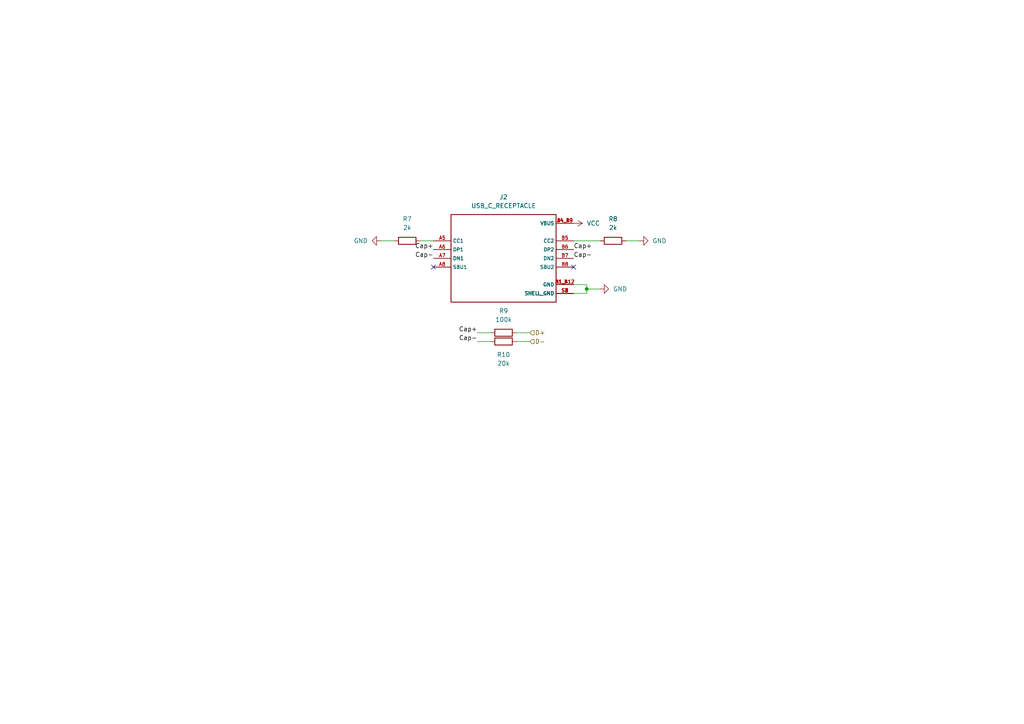
<source format=kicad_sch>
(kicad_sch (version 20211123) (generator eeschema)
  (paper "A4")
  (title_block (title "Ramen80") (date "2022-02-24") (rev "v1.0.0") (company "Ramen Keebs"))
  (lib_symbols
    (symbol "Device:R" (pin_numbers hide) (pin_names (offset 0))
      (property "Reference" "R" (at 2.032 0 90))
      (property "Value" "R" (at 0 0 90))
      (symbol "R_0_1"
        (rectangle (start -1.016 -2.54) (end 1.016 2.54) (stroke (width 0.254)))
      )
      (symbol "R_1_1"
        (pin passive line (at 0 3.81 270) (length 1.27) (name "~") (number "1"))
        (pin passive line (at 0 -3.81 90) (length 1.27) (name "~") (number "2"))
      )
    )
    (symbol "RamenKeebs:USB4105-GF-A"
      (property "Reference" "J" (at 0 13.97 0))
      (property "Value" "USB4105-GF-A" (at 0 -13.97 0))
      (symbol "USB4105-GF-A_0_0"
        (rectangle (start -15.24 -12.7) (end 15.24 12.7) (stroke (width 0.254)))
        (pin power_in line (at 20.32 -7.62 180) (length 5.08) (name "GND") (number "A1_B12"))
        (pin power_in line (at 20.32 10.16 180) (length 5.08) (name "VBUS") (number "A4_B9"))
        (pin bidirectional line (at -20.32 5.08 0) (length 5.08) (name "CC1") (number "A5"))
        (pin bidirectional line (at -20.32 2.54 0) (length 5.08) (name "DP1") (number "A6"))
        (pin bidirectional line (at -20.32 0 0) (length 5.08) (name "DN1") (number "A7"))
        (pin bidirectional line (at -20.32 -2.54 0) (length 5.08) (name "SBU1") (number "A8"))
        (pin power_in line (at 20.32 -7.62 180) (length 5.08) (name "GND") (number "B1_A12"))
        (pin power_in line (at 20.32 10.16 180) (length 5.08) (name "VBUS") (number "B4_A9"))
        (pin bidirectional line (at 20.32 5.08 180) (length 5.08) (name "CC2") (number "B5"))
        (pin bidirectional line (at 20.32 2.54 180) (length 5.08) (name "DP2") (number "B6"))
        (pin bidirectional line (at 20.32 0 180) (length 5.08) (name "DN2") (number "B7"))
        (pin bidirectional line (at 20.32 -2.54 180) (length 5.08) (name "SBU2") (number "B8"))
        (pin power_in line (at 20.32 -10.16 180) (length 5.08) (name "SHELL_GND") (number "S1"))
        (pin power_in line (at 20.32 -10.16 180) (length 5.08) (name "SHELL_GND") (number "S2"))
        (pin power_in line (at 20.32 -10.16 180) (length 5.08) (name "SHELL_GND") (number "S3"))
        (pin power_in line (at 20.32 -10.16 180) (length 5.08) (name "SHELL_GND") (number "S4"))
      )
    )
    (symbol "power:GND" (power) (pin_names (offset 0))
      (property "Value" "GND" (at 0 -3.81 0))
      (symbol "GND_0_1"
        (polyline (pts (xy 0 0) (xy 0 -1.27) (xy 1.27 -1.27) (xy 0 -2.54) (xy -1.27 -1.27) (xy 0 -1.27)))
      )
      (symbol "GND_1_1"
        (pin power_in line (at 0 0 270) (length 0) hide (name "GND") (number "1"))
      )
    )
    (symbol "power:VCC" (power) (pin_names (offset 0))
      (property "Value" "VCC" (at 0 3.81 0))
      (symbol "VCC_0_1"
        (polyline (pts (xy -0.762 1.27) (xy 0 2.54)))
        (polyline (pts (xy 0 0) (xy 0 2.54)))
        (polyline (pts (xy 0 2.54) (xy 0.762 1.27)))
      )
      (symbol "VCC_1_1"
        (pin power_in line (at 0 0 90) (length 0) hide (name "VCC") (number "1"))
      )
    )
  )
  (junction (at 170.18 83.82))
  (no_connect (at 125.73 77.47))
  (no_connect (at 166.37 77.47))
  (wire (pts (xy 153.67 96.52) (xy 149.86 96.52)))
  (wire (pts (xy 166.37 82.55) (xy 170.18 82.55)))
  (wire (pts (xy 153.67 99.06) (xy 149.86 99.06)))
  (wire (pts (xy 110.49 69.85) (xy 114.3 69.85)))
  (wire (pts (xy 138.43 96.52) (xy 142.24 96.52)))
  (wire (pts (xy 166.37 69.85) (xy 173.99 69.85)))
  (wire (pts (xy 170.18 83.82) (xy 170.18 85.09)))
  (wire (pts (xy 185.42 69.85) (xy 181.61 69.85)))
  (wire (pts (xy 170.18 82.55) (xy 170.18 83.82)))
  (wire (pts (xy 121.92 69.85) (xy 125.73 69.85)))
  (wire (pts (xy 138.43 99.06) (xy 142.24 99.06)))
  (wire (pts (xy 170.18 83.82) (xy 173.99 83.82)))
  (wire (pts (xy 166.37 85.09) (xy 170.18 85.09)))
  (label "Cap-" (at 166.37 74.93 0))
  (label "Cap+" (at 166.37 72.39 0))
  (label "Cap-" (at 125.73 74.93 180))
  (label "Cap+" (at 138.43 96.52 180))
  (label "Cap-" (at 138.43 99.06 180))
  (label "Cap+" (at 125.73 72.39 180))
  (hierarchical_label "D-" (shape input) (at 153.67 99.06 0))
  (hierarchical_label "D+" (shape input) (at 153.67 96.52 0))
  (symbol (lib_id "Device:R") (at 177.8 69.85 90) (unit 1)
    (property "Reference" "R8" (at 177.8 63.5 90))
    (property "Value" "2k" (at 177.8 66.04 90))
    (property "Footprint" "Resistor_SMD:R_0805_2012Metric" (effects hide))
  )
  (symbol (lib_id "power:VCC") (at 166.37 64.77 270) (unit 1)
    (property "Reference" "#PWR037" (effects hide))
    (property "Value" "VCC" (at 170.18 64.7699 90) (effects (justify left)))
  )
  (symbol (lib_id "Device:R") (at 146.05 99.06 90) (unit 1)
    (property "Reference" "R10" (at 146.05 102.87 90))
    (property "Value" "20k" (at 146.05 105.41 90))
    (property "Footprint" "Resistor_SMD:R_0805_2012Metric" (effects hide))
  )
  (symbol (lib_id "power:GND") (at 185.42 69.85 90) (unit 1)
    (property "Reference" "#PWR039" (effects hide))
    (property "Value" "GND" (at 189.23 69.8499 90) (effects (justify right)))
  )
  (symbol (lib_id "RamenKeebs:USB4105-GF-A") (at 146.05 74.93 0) (unit 1)
    (property "Reference" "J2" (at 146.05 57.15 0))
    (property "Value" "USB_C_RECEPTACLE" (at 146.05 59.69 0))
    (property "Footprint" "SamacSys_Parts:GCT_USB4105-GF-A" (effects hide))
    (property "MAXIMUM_PACKAGE_HEIGHT" "3.31 mm" (effects hide))
    (property "MANUFACTURER" "GCT" (effects hide))
    (property "PARTREV" "A3" (effects hide))
    (property "STANDARD" "Manufacturer Recommendations" (effects hide))
  )
  (symbol (lib_id "power:GND") (at 173.99 83.82 90) (unit 1)
    (property "Reference" "#PWR040" (effects hide))
    (property "Value" "GND" (at 177.8 83.8199 90) (effects (justify right)))
  )
  (symbol (lib_id "power:GND") (at 110.49 69.85 270) (unit 1)
    (property "Reference" "#PWR038" (effects hide))
    (property "Value" "GND" (at 106.68 69.8499 90) (effects (justify right)))
  )
  (symbol (lib_id "Device:R") (at 146.05 96.52 90) (unit 1)
    (property "Reference" "R9" (at 146.05 90.17 90))
    (property "Value" "100k" (at 146.05 92.71 90))
    (property "Footprint" "Resistor_SMD:R_0805_2012Metric" (effects hide))
  )
  (symbol (lib_id "Device:R") (at 118.11 69.85 90) (unit 1)
    (property "Reference" "R7" (at 118.11 63.5 90))
    (property "Value" "2k" (at 118.11 66.04 90))
    (property "Footprint" "Resistor_SMD:R_0805_2012Metric" (effects hide))
  )
)
</source>
